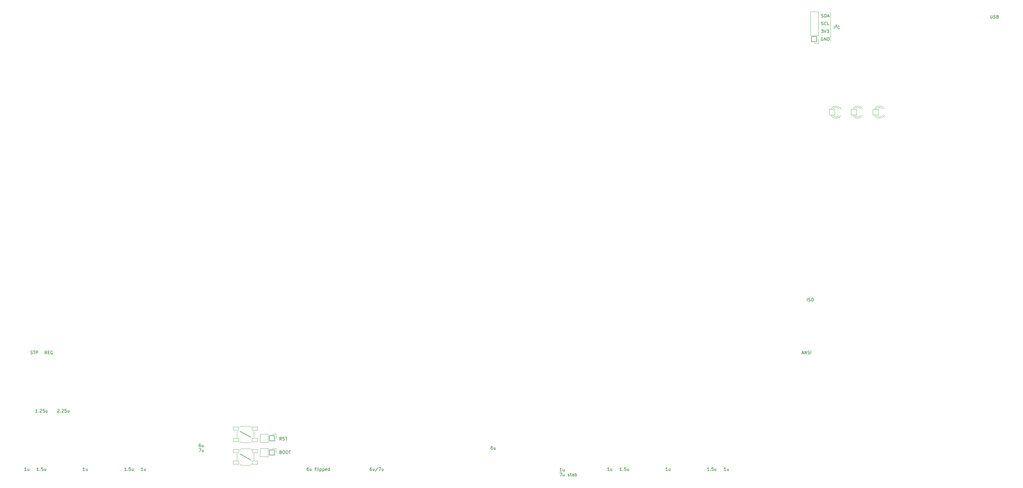
<source format=gto>
G04 #@! TF.GenerationSoftware,KiCad,Pcbnew,(6.0.0)*
G04 #@! TF.CreationDate,2022-01-12T23:24:30+01:00*
G04 #@! TF.ProjectId,E80-1800-pcb-universal,4538302d-3138-4303-902d-7063622d756e,rev?*
G04 #@! TF.SameCoordinates,Original*
G04 #@! TF.FileFunction,Legend,Top*
G04 #@! TF.FilePolarity,Positive*
%FSLAX46Y46*%
G04 Gerber Fmt 4.6, Leading zero omitted, Abs format (unit mm)*
G04 Created by KiCad (PCBNEW (6.0.0)) date 2022-01-12 23:24:30*
%MOMM*%
%LPD*%
G01*
G04 APERTURE LIST*
G04 Aperture macros list*
%AMRoundRect*
0 Rectangle with rounded corners*
0 $1 Rounding radius*
0 $2 $3 $4 $5 $6 $7 $8 $9 X,Y pos of 4 corners*
0 Add a 4 corners polygon primitive as box body*
4,1,4,$2,$3,$4,$5,$6,$7,$8,$9,$2,$3,0*
0 Add four circle primitives for the rounded corners*
1,1,$1+$1,$2,$3*
1,1,$1+$1,$4,$5*
1,1,$1+$1,$6,$7*
1,1,$1+$1,$8,$9*
0 Add four rect primitives between the rounded corners*
20,1,$1+$1,$2,$3,$4,$5,0*
20,1,$1+$1,$4,$5,$6,$7,0*
20,1,$1+$1,$6,$7,$8,$9,0*
20,1,$1+$1,$8,$9,$2,$3,0*%
G04 Aperture macros list end*
%ADD10C,0.150000*%
%ADD11C,0.120000*%
%ADD12C,0.200000*%
%ADD13RoundRect,0.050000X-0.850000X0.850000X-0.850000X-0.850000X0.850000X-0.850000X0.850000X0.850000X0*%
%ADD14O,1.800000X1.800000*%
%ADD15C,4.087800*%
%ADD16C,1.850000*%
%ADD17C,3.148000*%
%ADD18C,6.100000*%
%ADD19RoundRect,0.050000X-0.900000X-0.900000X0.900000X-0.900000X0.900000X0.900000X-0.900000X0.900000X0*%
%ADD20C,1.900000*%
%ADD21C,4.100000*%
%ADD22RoundRect,0.050000X0.900000X0.550000X-0.900000X0.550000X-0.900000X-0.550000X0.900000X-0.550000X0*%
%ADD23RoundRect,0.050000X0.850000X0.850000X-0.850000X0.850000X-0.850000X-0.850000X0.850000X-0.850000X0*%
%ADD24O,1.100000X1.700000*%
%ADD25C,0.750000*%
%ADD26O,1.100000X2.200000*%
G04 APERTURE END LIST*
D10*
X69600000Y-117000000D02*
X73200000Y-119000000D01*
D11*
X262675390Y27114500D02*
X262675390Y17716500D01*
D10*
X69600000Y-109600000D02*
X73200000Y-111600000D01*
D12*
X3881547Y-122491545D02*
X3310119Y-122491545D01*
X3595833Y-122491545D02*
X3595833Y-121491545D01*
X3500595Y-121634403D01*
X3405357Y-121729641D01*
X3310119Y-121777260D01*
X4310119Y-122396307D02*
X4357738Y-122443926D01*
X4310119Y-122491545D01*
X4262500Y-122443926D01*
X4310119Y-122396307D01*
X4310119Y-122491545D01*
X5262500Y-121491545D02*
X4786309Y-121491545D01*
X4738690Y-121967736D01*
X4786309Y-121920117D01*
X4881547Y-121872498D01*
X5119642Y-121872498D01*
X5214880Y-121920117D01*
X5262500Y-121967736D01*
X5310119Y-122062974D01*
X5310119Y-122301069D01*
X5262500Y-122396307D01*
X5214880Y-122443926D01*
X5119642Y-122491545D01*
X4881547Y-122491545D01*
X4786309Y-122443926D01*
X4738690Y-122396307D01*
X6167261Y-121824879D02*
X6167261Y-122491545D01*
X5738690Y-121824879D02*
X5738690Y-122348688D01*
X5786309Y-122443926D01*
X5881547Y-122491545D01*
X6024404Y-122491545D01*
X6119642Y-122443926D01*
X6167261Y-122396307D01*
D10*
X259683104Y25693738D02*
X259825961Y25646119D01*
X260064056Y25646119D01*
X260159294Y25693738D01*
X260206913Y25741357D01*
X260254532Y25836595D01*
X260254532Y25931833D01*
X260206913Y26027071D01*
X260159294Y26074690D01*
X260064056Y26122309D01*
X259873580Y26169928D01*
X259778342Y26217547D01*
X259730723Y26265166D01*
X259683104Y26360404D01*
X259683104Y26455642D01*
X259730723Y26550880D01*
X259778342Y26598500D01*
X259873580Y26646119D01*
X260111675Y26646119D01*
X260254532Y26598500D01*
X260683104Y25646119D02*
X260683104Y26646119D01*
X260921199Y26646119D01*
X261064056Y26598500D01*
X261159294Y26503261D01*
X261206913Y26408023D01*
X261254532Y26217547D01*
X261254532Y26074690D01*
X261206913Y25884214D01*
X261159294Y25788976D01*
X261064056Y25693738D01*
X260921199Y25646119D01*
X260683104Y25646119D01*
X261635485Y25931833D02*
X262111675Y25931833D01*
X261540247Y25646119D02*
X261873580Y26646119D01*
X262206913Y25646119D01*
D12*
X37933333Y-122491545D02*
X37361904Y-122491545D01*
X37647619Y-122491545D02*
X37647619Y-121491545D01*
X37552380Y-121634403D01*
X37457142Y-121729641D01*
X37361904Y-121777260D01*
X38790476Y-121824879D02*
X38790476Y-122491545D01*
X38361904Y-121824879D02*
X38361904Y-122348688D01*
X38409523Y-122443926D01*
X38504761Y-122491545D01*
X38647619Y-122491545D01*
X38742857Y-122443926D01*
X38790476Y-122396307D01*
D10*
X254984375Y-67127436D02*
X254984375Y-66127436D01*
X255412946Y-67079817D02*
X255555803Y-67127436D01*
X255793898Y-67127436D01*
X255889136Y-67079817D01*
X255936755Y-67032198D01*
X255984375Y-66936960D01*
X255984375Y-66841722D01*
X255936755Y-66746484D01*
X255889136Y-66698865D01*
X255793898Y-66651246D01*
X255603422Y-66603627D01*
X255508184Y-66556008D01*
X255460565Y-66508389D01*
X255412946Y-66413151D01*
X255412946Y-66317913D01*
X255460565Y-66222675D01*
X255508184Y-66175056D01*
X255603422Y-66127436D01*
X255841517Y-66127436D01*
X255984375Y-66175056D01*
X256603422Y-66127436D02*
X256793898Y-66127436D01*
X256889136Y-66175056D01*
X256984375Y-66270294D01*
X257031994Y-66460770D01*
X257031994Y-66794103D01*
X256984375Y-66984579D01*
X256889136Y-67079817D01*
X256793898Y-67127436D01*
X256603422Y-67127436D01*
X256508184Y-67079817D01*
X256412946Y-66984579D01*
X256365327Y-66794103D01*
X256365327Y-66460770D01*
X256412946Y-66270294D01*
X256508184Y-66175056D01*
X256603422Y-66127436D01*
X259659294Y21566119D02*
X260278342Y21566119D01*
X259945009Y21185166D01*
X260087866Y21185166D01*
X260183104Y21137547D01*
X260230723Y21089928D01*
X260278342Y20994690D01*
X260278342Y20756595D01*
X260230723Y20661357D01*
X260183104Y20613738D01*
X260087866Y20566119D01*
X259802151Y20566119D01*
X259706913Y20613738D01*
X259659294Y20661357D01*
X260564056Y21566119D02*
X260897390Y20566119D01*
X261230723Y21566119D01*
X261468818Y21566119D02*
X262087866Y21566119D01*
X261754532Y21185166D01*
X261897390Y21185166D01*
X261992628Y21137547D01*
X262040247Y21089928D01*
X262087866Y20994690D01*
X262087866Y20756595D01*
X262040247Y20661357D01*
X261992628Y20613738D01*
X261897390Y20566119D01*
X261611675Y20566119D01*
X261516437Y20613738D01*
X261468818Y20661357D01*
D12*
X209383333Y-122491545D02*
X208811904Y-122491545D01*
X209097619Y-122491545D02*
X209097619Y-121491545D01*
X209002380Y-121634403D01*
X208907142Y-121729641D01*
X208811904Y-121777260D01*
X210240476Y-121824879D02*
X210240476Y-122491545D01*
X209811904Y-121824879D02*
X209811904Y-122348688D01*
X209859523Y-122443926D01*
X209954761Y-122491545D01*
X210097619Y-122491545D01*
X210192857Y-122443926D01*
X210240476Y-122396307D01*
D10*
X6500892Y-84391513D02*
X6167559Y-83915323D01*
X5929464Y-84391513D02*
X5929464Y-83391513D01*
X6310416Y-83391513D01*
X6405654Y-83439133D01*
X6453273Y-83486752D01*
X6500892Y-83581990D01*
X6500892Y-83724847D01*
X6453273Y-83820085D01*
X6405654Y-83867704D01*
X6310416Y-83915323D01*
X5929464Y-83915323D01*
X6929464Y-83867704D02*
X7262797Y-83867704D01*
X7405654Y-84391513D02*
X6929464Y-84391513D01*
X6929464Y-83391513D01*
X7405654Y-83391513D01*
X8358035Y-83439133D02*
X8262797Y-83391513D01*
X8119940Y-83391513D01*
X7977083Y-83439133D01*
X7881845Y-83534371D01*
X7834226Y-83629609D01*
X7786607Y-83820085D01*
X7786607Y-83962942D01*
X7834226Y-84153418D01*
X7881845Y-84248656D01*
X7977083Y-84343894D01*
X8119940Y-84391513D01*
X8215178Y-84391513D01*
X8358035Y-84343894D01*
X8405654Y-84296275D01*
X8405654Y-83962942D01*
X8215178Y-83962942D01*
X314943985Y26296119D02*
X314943985Y25486595D01*
X314991604Y25391357D01*
X315039223Y25343738D01*
X315134461Y25296119D01*
X315324937Y25296119D01*
X315420175Y25343738D01*
X315467794Y25391357D01*
X315515413Y25486595D01*
X315515413Y26296119D01*
X315943985Y25343738D02*
X316086842Y25296119D01*
X316324937Y25296119D01*
X316420175Y25343738D01*
X316467794Y25391357D01*
X316515413Y25486595D01*
X316515413Y25581833D01*
X316467794Y25677071D01*
X316420175Y25724690D01*
X316324937Y25772309D01*
X316134461Y25819928D01*
X316039223Y25867547D01*
X315991604Y25915166D01*
X315943985Y26010404D01*
X315943985Y26105642D01*
X315991604Y26200880D01*
X316039223Y26248500D01*
X316134461Y26296119D01*
X316372556Y26296119D01*
X316515413Y26248500D01*
X317277318Y25819928D02*
X317420175Y25772309D01*
X317467794Y25724690D01*
X317515413Y25629452D01*
X317515413Y25486595D01*
X317467794Y25391357D01*
X317420175Y25343738D01*
X317324937Y25296119D01*
X316943985Y25296119D01*
X316943985Y26296119D01*
X317277318Y26296119D01*
X317372556Y26248500D01*
X317420175Y26200880D01*
X317467794Y26105642D01*
X317467794Y26010404D01*
X317420175Y25915166D01*
X317372556Y25867547D01*
X317277318Y25819928D01*
X316943985Y25819928D01*
D12*
X194381547Y-122491545D02*
X193810119Y-122491545D01*
X194095833Y-122491545D02*
X194095833Y-121491545D01*
X194000595Y-121634403D01*
X193905357Y-121729641D01*
X193810119Y-121777260D01*
X194810119Y-122396307D02*
X194857738Y-122443926D01*
X194810119Y-122491545D01*
X194762500Y-122443926D01*
X194810119Y-122396307D01*
X194810119Y-122491545D01*
X195762500Y-121491545D02*
X195286309Y-121491545D01*
X195238690Y-121967736D01*
X195286309Y-121920117D01*
X195381547Y-121872498D01*
X195619642Y-121872498D01*
X195714880Y-121920117D01*
X195762500Y-121967736D01*
X195810119Y-122062974D01*
X195810119Y-122301069D01*
X195762500Y-122396307D01*
X195714880Y-122443926D01*
X195619642Y-122491545D01*
X195381547Y-122491545D01*
X195286309Y-122443926D01*
X195238690Y-122396307D01*
X196667261Y-121824879D02*
X196667261Y-122491545D01*
X196238690Y-121824879D02*
X196238690Y-122348688D01*
X196286309Y-122443926D01*
X196381547Y-122491545D01*
X196524404Y-122491545D01*
X196619642Y-122443926D01*
X196667261Y-122396307D01*
X228433333Y-122491545D02*
X227861904Y-122491545D01*
X228147619Y-122491545D02*
X228147619Y-121491545D01*
X228052380Y-121634403D01*
X227957142Y-121729641D01*
X227861904Y-121777260D01*
X229290476Y-121824879D02*
X229290476Y-122491545D01*
X228861904Y-121824879D02*
X228861904Y-122348688D01*
X228909523Y-122443926D01*
X229004761Y-122491545D01*
X229147619Y-122491545D01*
X229242857Y-122443926D01*
X229290476Y-122396307D01*
X112585714Y-121491545D02*
X112395238Y-121491545D01*
X112300000Y-121539165D01*
X112252380Y-121586784D01*
X112157142Y-121729641D01*
X112109523Y-121920117D01*
X112109523Y-122301069D01*
X112157142Y-122396307D01*
X112204761Y-122443926D01*
X112300000Y-122491545D01*
X112490476Y-122491545D01*
X112585714Y-122443926D01*
X112633333Y-122396307D01*
X112680952Y-122301069D01*
X112680952Y-122062974D01*
X112633333Y-121967736D01*
X112585714Y-121920117D01*
X112490476Y-121872498D01*
X112300000Y-121872498D01*
X112204761Y-121920117D01*
X112157142Y-121967736D01*
X112109523Y-122062974D01*
X113538095Y-121824879D02*
X113538095Y-122491545D01*
X113109523Y-121824879D02*
X113109523Y-122348688D01*
X113157142Y-122443926D01*
X113252380Y-122491545D01*
X113395238Y-122491545D01*
X113490476Y-122443926D01*
X113538095Y-122396307D01*
X114728571Y-121443926D02*
X113871428Y-122729641D01*
X114966666Y-121491545D02*
X115633333Y-121491545D01*
X115204761Y-122491545D01*
X116442857Y-121824879D02*
X116442857Y-122491545D01*
X116014285Y-121824879D02*
X116014285Y-122348688D01*
X116061904Y-122443926D01*
X116157142Y-122491545D01*
X116300000Y-122491545D01*
X116395238Y-122443926D01*
X116442857Y-122396307D01*
D10*
X263826437Y21836119D02*
X263826437Y22836119D01*
X264255009Y23074214D02*
X264350247Y23121833D01*
X264493104Y23121833D01*
X264588342Y23074214D01*
X264635961Y22978976D01*
X264635961Y22883738D01*
X264588342Y22788500D01*
X264255009Y22455166D01*
X264635961Y22455166D01*
X265635961Y21931357D02*
X265588342Y21883738D01*
X265445485Y21836119D01*
X265350247Y21836119D01*
X265207390Y21883738D01*
X265112151Y21978976D01*
X265064532Y22074214D01*
X265016913Y22264690D01*
X265016913Y22407547D01*
X265064532Y22598023D01*
X265112151Y22693261D01*
X265207390Y22788500D01*
X265350247Y22836119D01*
X265445485Y22836119D01*
X265588342Y22788500D01*
X265635961Y22740880D01*
D12*
X92035714Y-121491545D02*
X91845238Y-121491545D01*
X91750000Y-121539165D01*
X91702380Y-121586784D01*
X91607142Y-121729641D01*
X91559523Y-121920117D01*
X91559523Y-122301069D01*
X91607142Y-122396307D01*
X91654761Y-122443926D01*
X91750000Y-122491545D01*
X91940476Y-122491545D01*
X92035714Y-122443926D01*
X92083333Y-122396307D01*
X92130952Y-122301069D01*
X92130952Y-122062974D01*
X92083333Y-121967736D01*
X92035714Y-121920117D01*
X91940476Y-121872498D01*
X91750000Y-121872498D01*
X91654761Y-121920117D01*
X91607142Y-121967736D01*
X91559523Y-122062974D01*
X92988095Y-121824879D02*
X92988095Y-122491545D01*
X92559523Y-121824879D02*
X92559523Y-122348688D01*
X92607142Y-122443926D01*
X92702380Y-122491545D01*
X92845238Y-122491545D01*
X92940476Y-122443926D01*
X92988095Y-122396307D01*
X94083333Y-121824879D02*
X94464285Y-121824879D01*
X94226190Y-122491545D02*
X94226190Y-121634403D01*
X94273809Y-121539165D01*
X94369047Y-121491545D01*
X94464285Y-121491545D01*
X94940476Y-122491545D02*
X94845238Y-122443926D01*
X94797619Y-122348688D01*
X94797619Y-121491545D01*
X95321428Y-122491545D02*
X95321428Y-121824879D01*
X95321428Y-121491545D02*
X95273809Y-121539165D01*
X95321428Y-121586784D01*
X95369047Y-121539165D01*
X95321428Y-121491545D01*
X95321428Y-121586784D01*
X95797619Y-121824879D02*
X95797619Y-122824879D01*
X95797619Y-121872498D02*
X95892857Y-121824879D01*
X96083333Y-121824879D01*
X96178571Y-121872498D01*
X96226190Y-121920117D01*
X96273809Y-122015355D01*
X96273809Y-122301069D01*
X96226190Y-122396307D01*
X96178571Y-122443926D01*
X96083333Y-122491545D01*
X95892857Y-122491545D01*
X95797619Y-122443926D01*
X96702380Y-121824879D02*
X96702380Y-122824879D01*
X96702380Y-121872498D02*
X96797619Y-121824879D01*
X96988095Y-121824879D01*
X97083333Y-121872498D01*
X97130952Y-121920117D01*
X97178571Y-122015355D01*
X97178571Y-122301069D01*
X97130952Y-122396307D01*
X97083333Y-122443926D01*
X96988095Y-122491545D01*
X96797619Y-122491545D01*
X96702380Y-122443926D01*
X97988095Y-122443926D02*
X97892857Y-122491545D01*
X97702380Y-122491545D01*
X97607142Y-122443926D01*
X97559523Y-122348688D01*
X97559523Y-121967736D01*
X97607142Y-121872498D01*
X97702380Y-121824879D01*
X97892857Y-121824879D01*
X97988095Y-121872498D01*
X98035714Y-121967736D01*
X98035714Y-122062974D01*
X97559523Y-122158212D01*
X98892857Y-122491545D02*
X98892857Y-121491545D01*
X98892857Y-122443926D02*
X98797619Y-122491545D01*
X98607142Y-122491545D01*
X98511904Y-122443926D01*
X98464285Y-122396307D01*
X98416666Y-122301069D01*
X98416666Y-122015355D01*
X98464285Y-121920117D01*
X98511904Y-121872498D01*
X98607142Y-121824879D01*
X98797619Y-121824879D01*
X98892857Y-121872498D01*
X-166666Y-122491545D02*
X-738095Y-122491545D01*
X-452380Y-122491545D02*
X-452380Y-121491545D01*
X-547619Y-121634403D01*
X-642857Y-121729641D01*
X-738095Y-121777260D01*
X690476Y-121824879D02*
X690476Y-122491545D01*
X261904Y-121824879D02*
X261904Y-122348688D01*
X309523Y-122443926D01*
X404761Y-122491545D01*
X547619Y-122491545D01*
X642857Y-122443926D01*
X690476Y-122396307D01*
D10*
X1214583Y-84343894D02*
X1357440Y-84391513D01*
X1595535Y-84391513D01*
X1690773Y-84343894D01*
X1738392Y-84296275D01*
X1786011Y-84201037D01*
X1786011Y-84105799D01*
X1738392Y-84010561D01*
X1690773Y-83962942D01*
X1595535Y-83915323D01*
X1405059Y-83867704D01*
X1309821Y-83820085D01*
X1262202Y-83772466D01*
X1214583Y-83677228D01*
X1214583Y-83581990D01*
X1262202Y-83486752D01*
X1309821Y-83439133D01*
X1405059Y-83391513D01*
X1643154Y-83391513D01*
X1786011Y-83439133D01*
X2071726Y-83391513D02*
X2643154Y-83391513D01*
X2357440Y-84391513D02*
X2357440Y-83391513D01*
X2976488Y-84391513D02*
X2976488Y-83391513D01*
X3357440Y-83391513D01*
X3452678Y-83439133D01*
X3500297Y-83486752D01*
X3547916Y-83581990D01*
X3547916Y-83724847D01*
X3500297Y-83820085D01*
X3452678Y-83867704D01*
X3357440Y-83915323D01*
X2976488Y-83915323D01*
D12*
X152138095Y-114507380D02*
X151947619Y-114507380D01*
X151852380Y-114555000D01*
X151804761Y-114602619D01*
X151709523Y-114745476D01*
X151661904Y-114935952D01*
X151661904Y-115316904D01*
X151709523Y-115412142D01*
X151757142Y-115459761D01*
X151852380Y-115507380D01*
X152042857Y-115507380D01*
X152138095Y-115459761D01*
X152185714Y-115412142D01*
X152233333Y-115316904D01*
X152233333Y-115078809D01*
X152185714Y-114983571D01*
X152138095Y-114935952D01*
X152042857Y-114888333D01*
X151852380Y-114888333D01*
X151757142Y-114935952D01*
X151709523Y-114983571D01*
X151661904Y-115078809D01*
X153090476Y-114840714D02*
X153090476Y-115507380D01*
X152661904Y-114840714D02*
X152661904Y-115364523D01*
X152709523Y-115459761D01*
X152804761Y-115507380D01*
X152947619Y-115507380D01*
X153042857Y-115459761D01*
X153090476Y-115412142D01*
X32456547Y-122491545D02*
X31885119Y-122491545D01*
X32170833Y-122491545D02*
X32170833Y-121491545D01*
X32075595Y-121634403D01*
X31980357Y-121729641D01*
X31885119Y-121777260D01*
X32885119Y-122396307D02*
X32932738Y-122443926D01*
X32885119Y-122491545D01*
X32837500Y-122443926D01*
X32885119Y-122396307D01*
X32885119Y-122491545D01*
X33837500Y-121491545D02*
X33361309Y-121491545D01*
X33313690Y-121967736D01*
X33361309Y-121920117D01*
X33456547Y-121872498D01*
X33694642Y-121872498D01*
X33789880Y-121920117D01*
X33837500Y-121967736D01*
X33885119Y-122062974D01*
X33885119Y-122301069D01*
X33837500Y-122396307D01*
X33789880Y-122443926D01*
X33694642Y-122491545D01*
X33456547Y-122491545D01*
X33361309Y-122443926D01*
X33313690Y-122396307D01*
X34742261Y-121824879D02*
X34742261Y-122491545D01*
X34313690Y-121824879D02*
X34313690Y-122348688D01*
X34361309Y-122443926D01*
X34456547Y-122491545D01*
X34599404Y-122491545D01*
X34694642Y-122443926D01*
X34742261Y-122396307D01*
D10*
X259706913Y23153738D02*
X259849770Y23106119D01*
X260087866Y23106119D01*
X260183104Y23153738D01*
X260230723Y23201357D01*
X260278342Y23296595D01*
X260278342Y23391833D01*
X260230723Y23487071D01*
X260183104Y23534690D01*
X260087866Y23582309D01*
X259897390Y23629928D01*
X259802151Y23677547D01*
X259754532Y23725166D01*
X259706913Y23820404D01*
X259706913Y23915642D01*
X259754532Y24010880D01*
X259802151Y24058500D01*
X259897390Y24106119D01*
X260135485Y24106119D01*
X260278342Y24058500D01*
X261278342Y23201357D02*
X261230723Y23153738D01*
X261087866Y23106119D01*
X260992628Y23106119D01*
X260849770Y23153738D01*
X260754532Y23248976D01*
X260706913Y23344214D01*
X260659294Y23534690D01*
X260659294Y23677547D01*
X260706913Y23868023D01*
X260754532Y23963261D01*
X260849770Y24058500D01*
X260992628Y24106119D01*
X261087866Y24106119D01*
X261230723Y24058500D01*
X261278342Y24010880D01*
X262183104Y23106119D02*
X261706913Y23106119D01*
X261706913Y24106119D01*
X82982285Y-116430071D02*
X83125142Y-116477690D01*
X83172761Y-116525309D01*
X83220380Y-116620547D01*
X83220380Y-116763404D01*
X83172761Y-116858642D01*
X83125142Y-116906261D01*
X83029904Y-116953880D01*
X82648951Y-116953880D01*
X82648951Y-115953880D01*
X82982285Y-115953880D01*
X83077523Y-116001500D01*
X83125142Y-116049119D01*
X83172761Y-116144357D01*
X83172761Y-116239595D01*
X83125142Y-116334833D01*
X83077523Y-116382452D01*
X82982285Y-116430071D01*
X82648951Y-116430071D01*
X83839428Y-115953880D02*
X84029904Y-115953880D01*
X84125142Y-116001500D01*
X84220380Y-116096738D01*
X84267999Y-116287214D01*
X84267999Y-116620547D01*
X84220380Y-116811023D01*
X84125142Y-116906261D01*
X84029904Y-116953880D01*
X83839428Y-116953880D01*
X83744189Y-116906261D01*
X83648951Y-116811023D01*
X83601332Y-116620547D01*
X83601332Y-116287214D01*
X83648951Y-116096738D01*
X83744189Y-116001500D01*
X83839428Y-115953880D01*
X84887047Y-115953880D02*
X85077523Y-115953880D01*
X85172761Y-116001500D01*
X85267999Y-116096738D01*
X85315618Y-116287214D01*
X85315618Y-116620547D01*
X85267999Y-116811023D01*
X85172761Y-116906261D01*
X85077523Y-116953880D01*
X84887047Y-116953880D01*
X84791808Y-116906261D01*
X84696570Y-116811023D01*
X84648951Y-116620547D01*
X84648951Y-116287214D01*
X84696570Y-116096738D01*
X84791808Y-116001500D01*
X84887047Y-115953880D01*
X85601332Y-115953880D02*
X86172761Y-115953880D01*
X85887047Y-116953880D02*
X85887047Y-115953880D01*
X260135485Y18978500D02*
X260040247Y19026119D01*
X259897390Y19026119D01*
X259754532Y18978500D01*
X259659294Y18883261D01*
X259611675Y18788023D01*
X259564056Y18597547D01*
X259564056Y18454690D01*
X259611675Y18264214D01*
X259659294Y18168976D01*
X259754532Y18073738D01*
X259897390Y18026119D01*
X259992628Y18026119D01*
X260135485Y18073738D01*
X260183104Y18121357D01*
X260183104Y18454690D01*
X259992628Y18454690D01*
X260611675Y18026119D02*
X260611675Y19026119D01*
X261183104Y18026119D01*
X261183104Y19026119D01*
X261659294Y18026119D02*
X261659294Y19026119D01*
X261897390Y19026119D01*
X262040247Y18978500D01*
X262135485Y18883261D01*
X262183104Y18788023D01*
X262230723Y18597547D01*
X262230723Y18454690D01*
X262183104Y18264214D01*
X262135485Y18168976D01*
X262040247Y18073738D01*
X261897390Y18026119D01*
X261659294Y18026119D01*
X9977678Y-102536768D02*
X10025297Y-102489149D01*
X10120535Y-102441529D01*
X10358630Y-102441529D01*
X10453869Y-102489149D01*
X10501488Y-102536768D01*
X10549107Y-102632006D01*
X10549107Y-102727244D01*
X10501488Y-102870101D01*
X9930059Y-103441529D01*
X10549107Y-103441529D01*
X10977678Y-103346291D02*
X11025297Y-103393910D01*
X10977678Y-103441529D01*
X10930059Y-103393910D01*
X10977678Y-103346291D01*
X10977678Y-103441529D01*
X11406250Y-102536768D02*
X11453869Y-102489149D01*
X11549107Y-102441529D01*
X11787202Y-102441529D01*
X11882440Y-102489149D01*
X11930059Y-102536768D01*
X11977678Y-102632006D01*
X11977678Y-102727244D01*
X11930059Y-102870101D01*
X11358630Y-103441529D01*
X11977678Y-103441529D01*
X12882440Y-102441529D02*
X12406250Y-102441529D01*
X12358630Y-102917720D01*
X12406250Y-102870101D01*
X12501488Y-102822482D01*
X12739583Y-102822482D01*
X12834821Y-102870101D01*
X12882440Y-102917720D01*
X12930059Y-103012958D01*
X12930059Y-103251053D01*
X12882440Y-103346291D01*
X12834821Y-103393910D01*
X12739583Y-103441529D01*
X12501488Y-103441529D01*
X12406250Y-103393910D01*
X12358630Y-103346291D01*
X13787202Y-102774863D02*
X13787202Y-103441529D01*
X13358630Y-102774863D02*
X13358630Y-103298672D01*
X13406250Y-103393910D01*
X13501488Y-103441529D01*
X13644345Y-103441529D01*
X13739583Y-103393910D01*
X13787202Y-103346291D01*
X83220380Y-112534372D02*
X82887047Y-112058182D01*
X82648952Y-112534372D02*
X82648952Y-111534372D01*
X83029904Y-111534372D01*
X83125142Y-111581992D01*
X83172761Y-111629611D01*
X83220380Y-111724849D01*
X83220380Y-111867706D01*
X83172761Y-111962944D01*
X83125142Y-112010563D01*
X83029904Y-112058182D01*
X82648952Y-112058182D01*
X83601333Y-112486753D02*
X83744190Y-112534372D01*
X83982285Y-112534372D01*
X84077523Y-112486753D01*
X84125142Y-112439134D01*
X84172761Y-112343896D01*
X84172761Y-112248658D01*
X84125142Y-112153420D01*
X84077523Y-112105801D01*
X83982285Y-112058182D01*
X83791809Y-112010563D01*
X83696571Y-111962944D01*
X83648952Y-111915325D01*
X83601333Y-111820087D01*
X83601333Y-111724849D01*
X83648952Y-111629611D01*
X83696571Y-111581992D01*
X83791809Y-111534372D01*
X84029904Y-111534372D01*
X84172761Y-111581992D01*
X84458476Y-111534372D02*
X85029904Y-111534372D01*
X84744190Y-112534372D02*
X84744190Y-111534372D01*
D12*
X222956547Y-122491545D02*
X222385119Y-122491545D01*
X222670833Y-122491545D02*
X222670833Y-121491545D01*
X222575595Y-121634403D01*
X222480357Y-121729641D01*
X222385119Y-121777260D01*
X223385119Y-122396307D02*
X223432738Y-122443926D01*
X223385119Y-122491545D01*
X223337500Y-122443926D01*
X223385119Y-122396307D01*
X223385119Y-122491545D01*
X224337500Y-121491545D02*
X223861309Y-121491545D01*
X223813690Y-121967736D01*
X223861309Y-121920117D01*
X223956547Y-121872498D01*
X224194642Y-121872498D01*
X224289880Y-121920117D01*
X224337500Y-121967736D01*
X224385119Y-122062974D01*
X224385119Y-122301069D01*
X224337500Y-122396307D01*
X224289880Y-122443926D01*
X224194642Y-122491545D01*
X223956547Y-122491545D01*
X223861309Y-122443926D01*
X223813690Y-122396307D01*
X225242261Y-121824879D02*
X225242261Y-122491545D01*
X224813690Y-121824879D02*
X224813690Y-122348688D01*
X224861309Y-122443926D01*
X224956547Y-122491545D01*
X225099404Y-122491545D01*
X225194642Y-122443926D01*
X225242261Y-122396307D01*
X174791904Y-122647380D02*
X174220476Y-122647380D01*
X174506190Y-122647380D02*
X174506190Y-121647380D01*
X174410952Y-121790238D01*
X174315714Y-121885476D01*
X174220476Y-121933095D01*
X175649047Y-121980714D02*
X175649047Y-122647380D01*
X175220476Y-121980714D02*
X175220476Y-122504523D01*
X175268095Y-122599761D01*
X175363333Y-122647380D01*
X175506190Y-122647380D01*
X175601428Y-122599761D01*
X175649047Y-122552142D01*
X174172857Y-123257380D02*
X174839523Y-123257380D01*
X174410952Y-124257380D01*
X175649047Y-123590714D02*
X175649047Y-124257380D01*
X175220476Y-123590714D02*
X175220476Y-124114523D01*
X175268095Y-124209761D01*
X175363333Y-124257380D01*
X175506190Y-124257380D01*
X175601428Y-124209761D01*
X175649047Y-124162142D01*
X176839523Y-124209761D02*
X176934761Y-124257380D01*
X177125238Y-124257380D01*
X177220476Y-124209761D01*
X177268095Y-124114523D01*
X177268095Y-124066904D01*
X177220476Y-123971666D01*
X177125238Y-123924047D01*
X176982380Y-123924047D01*
X176887142Y-123876428D01*
X176839523Y-123781190D01*
X176839523Y-123733571D01*
X176887142Y-123638333D01*
X176982380Y-123590714D01*
X177125238Y-123590714D01*
X177220476Y-123638333D01*
X177553809Y-123590714D02*
X177934761Y-123590714D01*
X177696666Y-123257380D02*
X177696666Y-124114523D01*
X177744285Y-124209761D01*
X177839523Y-124257380D01*
X177934761Y-124257380D01*
X178696666Y-124257380D02*
X178696666Y-123733571D01*
X178649047Y-123638333D01*
X178553809Y-123590714D01*
X178363333Y-123590714D01*
X178268095Y-123638333D01*
X178696666Y-124209761D02*
X178601428Y-124257380D01*
X178363333Y-124257380D01*
X178268095Y-124209761D01*
X178220476Y-124114523D01*
X178220476Y-124019285D01*
X178268095Y-123924047D01*
X178363333Y-123876428D01*
X178601428Y-123876428D01*
X178696666Y-123828809D01*
X179172857Y-124257380D02*
X179172857Y-123257380D01*
X179172857Y-123638333D02*
X179268095Y-123590714D01*
X179458571Y-123590714D01*
X179553809Y-123638333D01*
X179601428Y-123685952D01*
X179649047Y-123781190D01*
X179649047Y-124066904D01*
X179601428Y-124162142D01*
X179553809Y-124209761D01*
X179458571Y-124257380D01*
X179268095Y-124257380D01*
X179172857Y-124209761D01*
D10*
X253317559Y-84105799D02*
X253793750Y-84105799D01*
X253222321Y-84391513D02*
X253555654Y-83391513D01*
X253888988Y-84391513D01*
X254222321Y-84391513D02*
X254222321Y-83391513D01*
X254793750Y-84391513D01*
X254793750Y-83391513D01*
X255222321Y-84343894D02*
X255365178Y-84391513D01*
X255603273Y-84391513D01*
X255698511Y-84343894D01*
X255746130Y-84296275D01*
X255793750Y-84201037D01*
X255793750Y-84105799D01*
X255746130Y-84010561D01*
X255698511Y-83962942D01*
X255603273Y-83915323D01*
X255412797Y-83867704D01*
X255317559Y-83820085D01*
X255269940Y-83772466D01*
X255222321Y-83677228D01*
X255222321Y-83581990D01*
X255269940Y-83486752D01*
X255317559Y-83439133D01*
X255412797Y-83391513D01*
X255650892Y-83391513D01*
X255793750Y-83439133D01*
X256222321Y-84391513D02*
X256222321Y-83391513D01*
D12*
X56738095Y-113702380D02*
X56547619Y-113702380D01*
X56452380Y-113750000D01*
X56404761Y-113797619D01*
X56309523Y-113940476D01*
X56261904Y-114130952D01*
X56261904Y-114511904D01*
X56309523Y-114607142D01*
X56357142Y-114654761D01*
X56452380Y-114702380D01*
X56642857Y-114702380D01*
X56738095Y-114654761D01*
X56785714Y-114607142D01*
X56833333Y-114511904D01*
X56833333Y-114273809D01*
X56785714Y-114178571D01*
X56738095Y-114130952D01*
X56642857Y-114083333D01*
X56452380Y-114083333D01*
X56357142Y-114130952D01*
X56309523Y-114178571D01*
X56261904Y-114273809D01*
X57690476Y-114035714D02*
X57690476Y-114702380D01*
X57261904Y-114035714D02*
X57261904Y-114559523D01*
X57309523Y-114654761D01*
X57404761Y-114702380D01*
X57547619Y-114702380D01*
X57642857Y-114654761D01*
X57690476Y-114607142D01*
X56214285Y-115312380D02*
X56880952Y-115312380D01*
X56452380Y-116312380D01*
X57690476Y-115645714D02*
X57690476Y-116312380D01*
X57261904Y-115645714D02*
X57261904Y-116169523D01*
X57309523Y-116264761D01*
X57404761Y-116312380D01*
X57547619Y-116312380D01*
X57642857Y-116264761D01*
X57690476Y-116217142D01*
X190333333Y-122491545D02*
X189761904Y-122491545D01*
X190047619Y-122491545D02*
X190047619Y-121491545D01*
X189952380Y-121634403D01*
X189857142Y-121729641D01*
X189761904Y-121777260D01*
X191190476Y-121824879D02*
X191190476Y-122491545D01*
X190761904Y-121824879D02*
X190761904Y-122348688D01*
X190809523Y-122443926D01*
X190904761Y-122491545D01*
X191047619Y-122491545D01*
X191142857Y-122443926D01*
X191190476Y-122396307D01*
D10*
X3405357Y-103441529D02*
X2833928Y-103441529D01*
X3119642Y-103441529D02*
X3119642Y-102441529D01*
X3024404Y-102584387D01*
X2929166Y-102679625D01*
X2833928Y-102727244D01*
X3833928Y-103346291D02*
X3881547Y-103393910D01*
X3833928Y-103441529D01*
X3786309Y-103393910D01*
X3833928Y-103346291D01*
X3833928Y-103441529D01*
X4262500Y-102536768D02*
X4310119Y-102489149D01*
X4405357Y-102441529D01*
X4643452Y-102441529D01*
X4738690Y-102489149D01*
X4786309Y-102536768D01*
X4833928Y-102632006D01*
X4833928Y-102727244D01*
X4786309Y-102870101D01*
X4214880Y-103441529D01*
X4833928Y-103441529D01*
X5738690Y-102441529D02*
X5262500Y-102441529D01*
X5214880Y-102917720D01*
X5262500Y-102870101D01*
X5357738Y-102822482D01*
X5595833Y-102822482D01*
X5691071Y-102870101D01*
X5738690Y-102917720D01*
X5786309Y-103012958D01*
X5786309Y-103251053D01*
X5738690Y-103346291D01*
X5691071Y-103393910D01*
X5595833Y-103441529D01*
X5357738Y-103441529D01*
X5262500Y-103393910D01*
X5214880Y-103346291D01*
X6643452Y-102774863D02*
X6643452Y-103441529D01*
X6214880Y-102774863D02*
X6214880Y-103298672D01*
X6262500Y-103393910D01*
X6357738Y-103441529D01*
X6500595Y-103441529D01*
X6595833Y-103393910D01*
X6643452Y-103346291D01*
D12*
X18883333Y-122491545D02*
X18311904Y-122491545D01*
X18597619Y-122491545D02*
X18597619Y-121491545D01*
X18502380Y-121634403D01*
X18407142Y-121729641D01*
X18311904Y-121777260D01*
X19740476Y-121824879D02*
X19740476Y-122491545D01*
X19311904Y-121824879D02*
X19311904Y-122348688D01*
X19359523Y-122443926D01*
X19454761Y-122491545D01*
X19597619Y-122491545D01*
X19692857Y-122443926D01*
X19740476Y-122396307D01*
D11*
X76230000Y-110570000D02*
X76230000Y-113230000D01*
X78830000Y-110570000D02*
X76230000Y-110570000D01*
X78830000Y-113230000D02*
X76230000Y-113230000D01*
X78830000Y-110570000D02*
X78830000Y-113230000D01*
X80100000Y-110570000D02*
X81430000Y-110570000D01*
X81430000Y-110570000D02*
X81430000Y-111900000D01*
X81430000Y-115220000D02*
X81430000Y-116550000D01*
X80100000Y-115220000D02*
X81430000Y-115220000D01*
X78830000Y-115220000D02*
X78830000Y-117880000D01*
X78830000Y-117880000D02*
X76230000Y-117880000D01*
X78830000Y-115220000D02*
X76230000Y-115220000D01*
X76230000Y-115220000D02*
X76230000Y-117880000D01*
X266070327Y-4279184D02*
G75*
G03*
X262837992Y-4122276I-1672335J-1078608D01*
G01*
X262837992Y-6593308D02*
G75*
G03*
X266070327Y-6436400I1560000J1235516D01*
G01*
X265439122Y-4277955D02*
G75*
G03*
X263357031Y-4277792I-1041130J-1079837D01*
G01*
X263357031Y-6437792D02*
G75*
G03*
X265439122Y-6437629I1040961J1080000D01*
G01*
X262837992Y-4121792D02*
X262837992Y-4277792D01*
X262837992Y-6437792D02*
X262837992Y-6593792D01*
X273214327Y-4279184D02*
G75*
G03*
X269981992Y-4122276I-1672335J-1078608D01*
G01*
X269981992Y-6593308D02*
G75*
G03*
X273214327Y-6436400I1560000J1235516D01*
G01*
X272583122Y-4277955D02*
G75*
G03*
X270501031Y-4277792I-1041130J-1079837D01*
G01*
X270501031Y-6437792D02*
G75*
G03*
X272583122Y-6437629I1040961J1080000D01*
G01*
X269981992Y-4121792D02*
X269981992Y-4277792D01*
X269981992Y-6437792D02*
X269981992Y-6593792D01*
X280358327Y-4279184D02*
G75*
G03*
X277125992Y-4122276I-1672335J-1078608D01*
G01*
X277125992Y-6593308D02*
G75*
G03*
X280358327Y-6436400I1560000J1235516D01*
G01*
X279727122Y-4277955D02*
G75*
G03*
X277645031Y-4277792I-1041130J-1079837D01*
G01*
X277645031Y-6437792D02*
G75*
G03*
X279727122Y-6437629I1040961J1080000D01*
G01*
X277125992Y-4121792D02*
X277125992Y-4277792D01*
X277125992Y-6437792D02*
X277125992Y-6593792D01*
X74150242Y-109569996D02*
X74150242Y-111649996D01*
X69980242Y-113329996D02*
X69490242Y-112839996D01*
X68710242Y-109569996D02*
X68710242Y-111649996D01*
X72880242Y-113329996D02*
X73370242Y-112839996D01*
X72880242Y-113329996D02*
X69980242Y-113329996D01*
X72880242Y-107889996D02*
X73370242Y-108379996D01*
X72880242Y-107889996D02*
X69980242Y-107889996D01*
X69980242Y-107889996D02*
X69490242Y-108379996D01*
X74150242Y-116952422D02*
X74150242Y-119032422D01*
X69980242Y-120712422D02*
X69490242Y-120222422D01*
X68710242Y-116952422D02*
X68710242Y-119032422D01*
X72880242Y-120712422D02*
X73370242Y-120222422D01*
X72880242Y-120712422D02*
X69980242Y-120712422D01*
X72880242Y-115272422D02*
X73370242Y-115762422D01*
X72880242Y-115272422D02*
X69980242Y-115272422D01*
X69980242Y-115272422D02*
X69490242Y-115762422D01*
X258671390Y27428500D02*
X256011390Y27428500D01*
X258671390Y19748500D02*
X258671390Y27428500D01*
X256011390Y19748500D02*
X256011390Y27428500D01*
X258671390Y19748500D02*
X256011390Y19748500D01*
X258671390Y18478500D02*
X258671390Y17148500D01*
X258671390Y17148500D02*
X257341390Y17148500D01*
%LPC*%
D13*
X80100000Y-111900000D03*
D14*
X77560000Y-111900000D03*
X77560000Y-116550000D03*
D13*
X80100000Y-116550000D03*
D15*
X228600000Y-114300000D03*
D16*
X223520000Y-114300000D03*
X233680000Y-114300000D03*
X190182500Y-114300000D03*
X200342500Y-114300000D03*
D15*
X195262500Y-114300000D03*
X38100000Y-114300000D03*
D16*
X33020000Y-114300000D03*
X43180000Y-114300000D03*
X-317500Y-114300000D03*
X9842500Y-114300000D03*
D15*
X4762500Y-114300000D03*
D17*
X242855750Y-69215000D03*
D15*
X254793750Y-76200000D03*
X266731750Y-84455000D03*
D17*
X266731750Y-69215000D03*
D16*
X249713750Y-76200000D03*
D15*
X242855750Y-84455000D03*
D16*
X259873750Y-76200000D03*
D17*
X-31750Y-88265000D03*
D15*
X11906250Y-95250000D03*
X23844250Y-103505000D03*
D17*
X23844250Y-88265000D03*
D16*
X6826250Y-95250000D03*
D15*
X-31750Y-103505000D03*
D16*
X16986250Y-95250000D03*
X2063750Y-76200000D03*
X12223750Y-76200000D03*
D15*
X7143750Y-76200000D03*
D16*
X-5080000Y0D03*
X5080000Y0D03*
D15*
X0Y0D03*
D16*
X90170100Y-114300120D03*
X100330100Y-114300120D03*
D15*
X95250100Y-114300120D03*
D16*
X57427833Y0D03*
X67587833Y0D03*
D15*
X62507833Y0D03*
D16*
X76477833Y0D03*
X86637833Y0D03*
D15*
X81557833Y0D03*
D16*
X119935714Y0D03*
X130095714Y0D03*
D15*
X125015714Y0D03*
D16*
X138985714Y0D03*
X149145714Y0D03*
D15*
X144065714Y0D03*
D16*
X158035714Y0D03*
X168195714Y0D03*
D15*
X163115714Y0D03*
D16*
X182443595Y0D03*
X192603595Y0D03*
D15*
X187523595Y0D03*
D16*
X220543595Y0D03*
X230703595Y0D03*
D15*
X225623595Y0D03*
D16*
X13970000Y-38100000D03*
X24130000Y-38100000D03*
D15*
X19050000Y-38100000D03*
D16*
X33020000Y-38100000D03*
X43180000Y-38100000D03*
D15*
X38100000Y-38100000D03*
D16*
X52070000Y-38100000D03*
X62230000Y-38100000D03*
D15*
X57150000Y-38100000D03*
D16*
X71120000Y-38100000D03*
X81280000Y-38100000D03*
D15*
X76200000Y-38100000D03*
D16*
X90170000Y-38100000D03*
X100330000Y-38100000D03*
D15*
X95250000Y-38100000D03*
D16*
X109220000Y-38100000D03*
X119380000Y-38100000D03*
D15*
X114300000Y-38100000D03*
D16*
X128270000Y-38100000D03*
X138430000Y-38100000D03*
D15*
X133350000Y-38100000D03*
D16*
X147320000Y-38100000D03*
X157480000Y-38100000D03*
D15*
X152400000Y-38100000D03*
D16*
X166370000Y-38100000D03*
X176530000Y-38100000D03*
D15*
X171450000Y-38100000D03*
D16*
X204470000Y-38100000D03*
X214630000Y-38100000D03*
D15*
X209550000Y-38100000D03*
D16*
X223520000Y-38100000D03*
X233680000Y-38100000D03*
D15*
X228600000Y-38100000D03*
X269113000Y-46355000D03*
D16*
X252095000Y-38100000D03*
D15*
X245237000Y-46355000D03*
D17*
X245237000Y-31115000D03*
D15*
X257175000Y-38100000D03*
D17*
X269113000Y-31115000D03*
D16*
X262255000Y-38100000D03*
X9842500Y-57150000D03*
D15*
X4762500Y-57150000D03*
D16*
X-317500Y-57150000D03*
X23495000Y-57150000D03*
X33655000Y-57150000D03*
D15*
X28575000Y-57150000D03*
D16*
X42545000Y-57150000D03*
X52705000Y-57150000D03*
D15*
X47625000Y-57150000D03*
D16*
X61595000Y-57150000D03*
X71755000Y-57150000D03*
D15*
X66675000Y-57150000D03*
D16*
X80645000Y-57150000D03*
X90805000Y-57150000D03*
D15*
X85725000Y-57150000D03*
D16*
X99695000Y-57150000D03*
X109855000Y-57150000D03*
D15*
X104775000Y-57150000D03*
D16*
X118745000Y-57150000D03*
X128905000Y-57150000D03*
D15*
X123825000Y-57150000D03*
D16*
X137795000Y-57150000D03*
X147955000Y-57150000D03*
D15*
X142875000Y-57150000D03*
D16*
X156845000Y-57150000D03*
X167005000Y-57150000D03*
D15*
X161925000Y-57150000D03*
D16*
X175895000Y-57150000D03*
X186055000Y-57150000D03*
D15*
X180975000Y-57150000D03*
D16*
X194945000Y-57150000D03*
X205105000Y-57150000D03*
D15*
X200025000Y-57150000D03*
D16*
X213995000Y-57150000D03*
X224155000Y-57150000D03*
D15*
X219075000Y-57150000D03*
D16*
X233045000Y-57150000D03*
X243205000Y-57150000D03*
D15*
X238125000Y-57150000D03*
D16*
X267017500Y-57150000D03*
D15*
X261937500Y-57150000D03*
D16*
X256857500Y-57150000D03*
X28257500Y-76200000D03*
X38417500Y-76200000D03*
D15*
X33337500Y-76200000D03*
D16*
X47307500Y-76200000D03*
X57467500Y-76200000D03*
D15*
X52387500Y-76200000D03*
D16*
X66357500Y-76200000D03*
X76517500Y-76200000D03*
D15*
X71437500Y-76200000D03*
D16*
X85407500Y-76200000D03*
X95567500Y-76200000D03*
D15*
X90487500Y-76200000D03*
D16*
X104457500Y-76200000D03*
X114617500Y-76200000D03*
D15*
X109537500Y-76200000D03*
D16*
X123507500Y-76200000D03*
X133667500Y-76200000D03*
D15*
X128587500Y-76200000D03*
D16*
X142557500Y-76200000D03*
X152717500Y-76200000D03*
D15*
X147637500Y-76200000D03*
D16*
X161607500Y-76200000D03*
X171767500Y-76200000D03*
D15*
X166687500Y-76200000D03*
D16*
X180657500Y-76200000D03*
X190817500Y-76200000D03*
D15*
X185737500Y-76200000D03*
D16*
X199707500Y-76200000D03*
X209867500Y-76200000D03*
D15*
X204787500Y-76200000D03*
D16*
X218757500Y-76200000D03*
X228917500Y-76200000D03*
D15*
X223837500Y-76200000D03*
D16*
X237807500Y-76200000D03*
X247967500Y-76200000D03*
D15*
X242887500Y-76200000D03*
X256063750Y-54737000D03*
D17*
X271303750Y-54737000D03*
D16*
X264318750Y-71755000D03*
D15*
X264318750Y-66675000D03*
D17*
X271303750Y-78613000D03*
D16*
X264318750Y-61595000D03*
D15*
X256063750Y-78613000D03*
D16*
X7461250Y-95250000D03*
X-2698750Y-95250000D03*
D15*
X2381250Y-95250000D03*
D16*
X18732500Y-95250000D03*
X28892500Y-95250000D03*
D15*
X23812500Y-95250000D03*
D16*
X56832500Y-95250000D03*
X66992500Y-95250000D03*
D15*
X61912500Y-95250000D03*
D16*
X75882500Y-95250000D03*
X86042500Y-95250000D03*
D15*
X80962500Y-95250000D03*
D16*
X94932500Y-95250000D03*
X105092500Y-95250000D03*
D15*
X100012500Y-95250000D03*
D16*
X113982500Y-95250000D03*
X124142500Y-95250000D03*
D15*
X119062500Y-95250000D03*
D16*
X133032500Y-95250000D03*
X143192500Y-95250000D03*
D15*
X138112500Y-95250000D03*
D16*
X152082500Y-95250000D03*
X162242500Y-95250000D03*
D15*
X157162500Y-95250000D03*
D16*
X171132500Y-95250000D03*
X181292500Y-95250000D03*
D15*
X176212500Y-95250000D03*
D16*
X190182500Y-95250000D03*
X200342500Y-95250000D03*
D15*
X195262500Y-95250000D03*
D16*
X209232500Y-95250000D03*
X219392500Y-95250000D03*
D15*
X214312500Y-95250000D03*
X240506250Y-95250000D03*
D16*
X235426250Y-95250000D03*
X245586250Y-95250000D03*
X291385890Y-95250000D03*
X301545890Y-95250000D03*
D15*
X296465890Y-95250000D03*
D16*
X310435890Y-95250000D03*
X320595890Y-95250000D03*
D15*
X315515890Y-95250000D03*
D16*
X329485890Y-95250000D03*
X339645890Y-95250000D03*
D15*
X334565890Y-95250000D03*
D16*
X-5080000Y-114300000D03*
X5080000Y-114300000D03*
D15*
X0Y-114300000D03*
X152400000Y-122555000D03*
X57150000Y-122555000D03*
D16*
X119380000Y-114300000D03*
X109220000Y-114300000D03*
D15*
X114300000Y-114300000D03*
D17*
X152400000Y-107315000D03*
X57150000Y-107315000D03*
D16*
X166370000Y-114300000D03*
X176530000Y-114300000D03*
D15*
X171450000Y-114300000D03*
D16*
X185420000Y-114300000D03*
X195580000Y-114300000D03*
D15*
X190500000Y-114300000D03*
D16*
X204470000Y-114300000D03*
X214630000Y-114300000D03*
D15*
X209550000Y-114300000D03*
D16*
X266978025Y-119657913D03*
X277138025Y-119657913D03*
D15*
X272058025Y-119657913D03*
D16*
X286028025Y-119657913D03*
X296188025Y-119657913D03*
D15*
X291108025Y-119657913D03*
D16*
X329485890Y-114300000D03*
X339645890Y-114300000D03*
D15*
X334565890Y-114300000D03*
D16*
X13970000Y-114300000D03*
X24130000Y-114300000D03*
D15*
X19050000Y-114300000D03*
D16*
X37782500Y-95250000D03*
X47942500Y-95250000D03*
D15*
X42862500Y-95250000D03*
D16*
X185420000Y-38100000D03*
X195580000Y-38100000D03*
D15*
X190500000Y-38100000D03*
D16*
X358695890Y-104775000D03*
D15*
X361870890Y-116713000D03*
X353615890Y-104775000D03*
D17*
X346630890Y-116713000D03*
X346630890Y-92837000D03*
D16*
X348535890Y-104775000D03*
D15*
X361870890Y-92837000D03*
D16*
X19327833Y0D03*
X29487833Y0D03*
D15*
X24407833Y0D03*
D16*
X100885714Y0D03*
X111045714Y0D03*
D15*
X105965714Y0D03*
D16*
X201493595Y0D03*
X211653595Y0D03*
D15*
X206573595Y0D03*
D16*
X310435890Y-114300000D03*
X320595890Y-114300000D03*
D15*
X315515890Y-114300000D03*
D16*
X310435890Y0D03*
X320595890Y0D03*
D15*
X315515890Y0D03*
D16*
X310435890Y-19050000D03*
X320595890Y-19050000D03*
D15*
X315515890Y-19050000D03*
D16*
X329485890Y0D03*
X339645890Y0D03*
D15*
X334565890Y0D03*
D16*
X291385890Y-19050000D03*
X301545890Y-19050000D03*
D15*
X296465890Y-19050000D03*
D16*
X348535890Y0D03*
X358695890Y0D03*
D15*
X353615890Y0D03*
D16*
X329485890Y-19050000D03*
X339645890Y-19050000D03*
D15*
X334565890Y-19050000D03*
D16*
X348535890Y-19050000D03*
X358695890Y-19050000D03*
D15*
X353615890Y-19050000D03*
D16*
X291385890Y-38100000D03*
X301545890Y-38100000D03*
D15*
X296465890Y-38100000D03*
D16*
X310435890Y-38100000D03*
X320595890Y-38100000D03*
D15*
X315515890Y-38100000D03*
D16*
X329485890Y-38100000D03*
X339645890Y-38100000D03*
D15*
X334565890Y-38100000D03*
D16*
X329485890Y-76200000D03*
X339645890Y-76200000D03*
D15*
X334565890Y-76200000D03*
D16*
X348535890Y-76200000D03*
X358695890Y-76200000D03*
D15*
X353615890Y-76200000D03*
D16*
X291385890Y-57150000D03*
X301545890Y-57150000D03*
D15*
X296465890Y-57150000D03*
D16*
X348535890Y-57150000D03*
X358695890Y-57150000D03*
D15*
X353615890Y-57150000D03*
D16*
X310435890Y-57150000D03*
X320595890Y-57150000D03*
D15*
X315515890Y-57150000D03*
D16*
X329485890Y-57150000D03*
X339645890Y-57150000D03*
D15*
X334565890Y-57150000D03*
D16*
X310435890Y-76200000D03*
X320595890Y-76200000D03*
D15*
X315515890Y-76200000D03*
D16*
X291385890Y-76200000D03*
X301545890Y-76200000D03*
D15*
X296465890Y-76200000D03*
D16*
X228917500Y-114300000D03*
D15*
X223837500Y-114300000D03*
D16*
X218757500Y-114300000D03*
X38417500Y-114300000D03*
D15*
X33337500Y-114300000D03*
D16*
X28257500Y-114300000D03*
X239593595Y0D03*
X249753595Y0D03*
D15*
X244673595Y0D03*
D16*
X38377833Y0D03*
X48537833Y0D03*
D15*
X43457833Y0D03*
D16*
X291385890Y0D03*
X301545890Y0D03*
D15*
X296465890Y0D03*
D16*
X247928025Y-119657913D03*
X258088025Y-119657913D03*
D15*
X253008025Y-119657913D03*
D16*
X-5080000Y-38100000D03*
X5080000Y-38100000D03*
D15*
X0Y-38100000D03*
D16*
X266978025Y-100607913D03*
X277138025Y-100607913D03*
D15*
X272058025Y-100607913D03*
D16*
X348535890Y-38100000D03*
X358695890Y-38100000D03*
D15*
X353615890Y-38100000D03*
D16*
X7461250Y-76200000D03*
X-2698750Y-76200000D03*
D15*
X2381250Y-76200000D03*
D18*
X49410992Y-19049992D03*
X241410992Y-19049992D03*
X309400000Y21550008D03*
D19*
X263127992Y-5357792D03*
D20*
X265667992Y-5357792D03*
D19*
X270271992Y-5357792D03*
D20*
X272811992Y-5357792D03*
D19*
X277415992Y-5357792D03*
D20*
X279955992Y-5357792D03*
D21*
X304204992Y-123824992D03*
D15*
X114300000Y-114300000D03*
D16*
X109220000Y-114300000D03*
X119380000Y-114300000D03*
D17*
X57150000Y-107315000D03*
X171450000Y-107315000D03*
D15*
X57150000Y-122555000D03*
X171450000Y-122555000D03*
D22*
X74530242Y-112459996D03*
X68330242Y-112459996D03*
X74530242Y-108759996D03*
X68330242Y-108759996D03*
X74530242Y-119842422D03*
X68330242Y-119842422D03*
X74530242Y-116142422D03*
X68330242Y-116142422D03*
D21*
X49410992Y-123824992D03*
D23*
X257341390Y18478500D03*
D14*
X257341390Y21018500D03*
X257341390Y23558500D03*
X257341390Y26098500D03*
D24*
X320525890Y27950000D03*
D25*
X319095890Y24300000D03*
D24*
X311885890Y27950000D03*
D25*
X313315890Y24300000D03*
D26*
X311885890Y23770000D03*
X320525890Y23770000D03*
M02*

</source>
